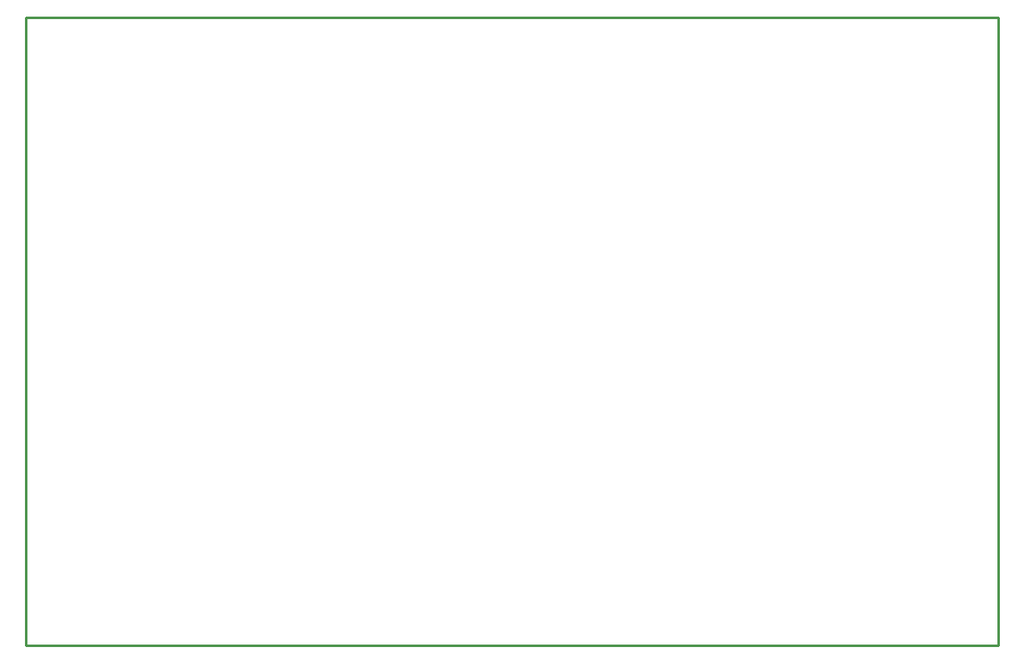
<source format=gko>
G04 Layer: BoardOutlineLayer*
G04 EasyEDA Pro v2.2.42.2, 2025-09-26 15:24:21*
G04 Gerber Generator version 0.3*
G04 Scale: 100 percent, Rotated: No, Reflected: No*
G04 Dimensions in millimeters*
G04 Leading zeros omitted, absolute positions, 4 integers and 5 decimals*
G04 Generated by one-click*
%FSLAX45Y45*%
%MOMM*%
%ADD10C,0.254*%
%ADD11C,0.7757*%
G75*


G04 Rect Start*
G54D10*
G01X0Y-6400000D02*
G01X0Y0D01*
G01X9900000Y0D01*
G01X9900000Y-6400000D01*
G01X0Y-6400000D01*
G04 Rect End*

M02*


</source>
